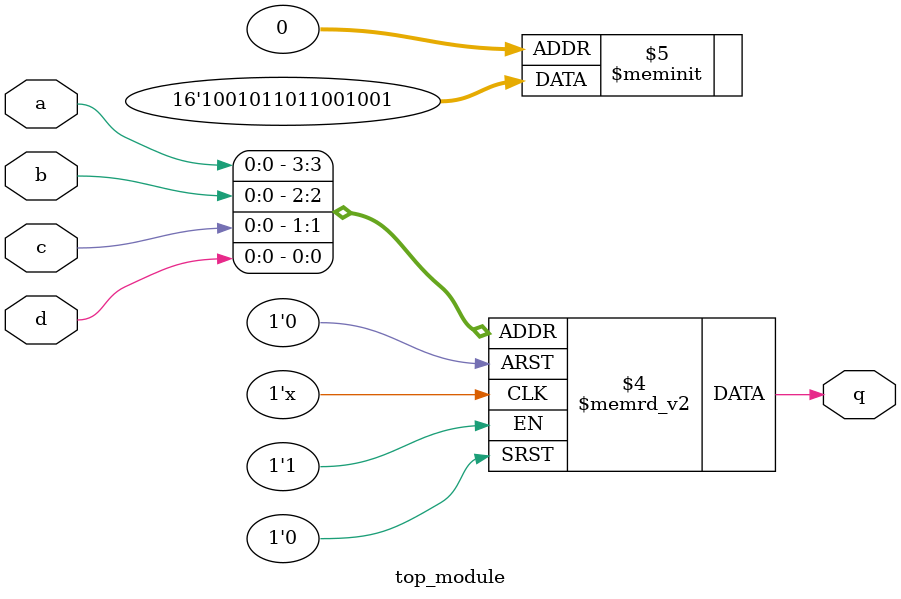
<source format=sv>
module top_module (
    input a,
    input b,
    input c,
    input d,
    output q
);

always @(*) begin
    case ({a, b, c, d})
        4'b0000: q = 1;
        4'b0001: q = 0;
        4'b0010: q = 0;
        4'b0011: q = 1;
        4'b0100: q = 0;
        4'b0101: q = 0;
        4'b0110: q = 1;
        4'b0111: q = 1;
        4'b1000: q = 0;
        4'b1001: q = 1;
        4'b1010: q = 1;
        4'b1011: q = 0;
        4'b1100: q = 1;
        4'b1101: q = 0;
        4'b1110: q = 0;
        4'b1111: q = 1;
    endcase
end

endmodule

</source>
